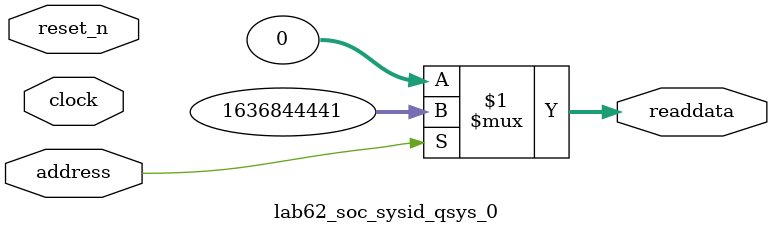
<source format=v>



// synthesis translate_off
`timescale 1ns / 1ps
// synthesis translate_on

// turn off superfluous verilog processor warnings 
// altera message_level Level1 
// altera message_off 10034 10035 10036 10037 10230 10240 10030 

module lab62_soc_sysid_qsys_0 (
               // inputs:
                address,
                clock,
                reset_n,

               // outputs:
                readdata
             )
;

  output  [ 31: 0] readdata;
  input            address;
  input            clock;
  input            reset_n;

  wire    [ 31: 0] readdata;
  //control_slave, which is an e_avalon_slave
  assign readdata = address ? 1636844441 : 0;

endmodule



</source>
